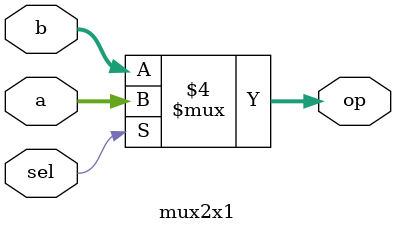
<source format=v>
/*
ESTE EXEMPLO DESCREVE UM MULTIPLEXADOR 
COM DUAS PORTAS DE ENTRADA, SELETOR DE 
UM BIT (2^n POSSIBILIDADES) E UMA SAÍDA
*/
module mux2x1
(
	input wire [3:0]a, 
	input wire [3:0]b, 
	input wire sel,
	
	output reg [3:0]op
);

// PROCESSO QUE OBSERVA QUALQUER 
// MUDANÇA NOS SINAIS a or b or sel
always @(a or b or sel) // EXEMPLO COMPORTAMENTAL
begin
  if (sel == 1'b1)
    op = a;
  else
    op = b;
end

endmodule
</source>
